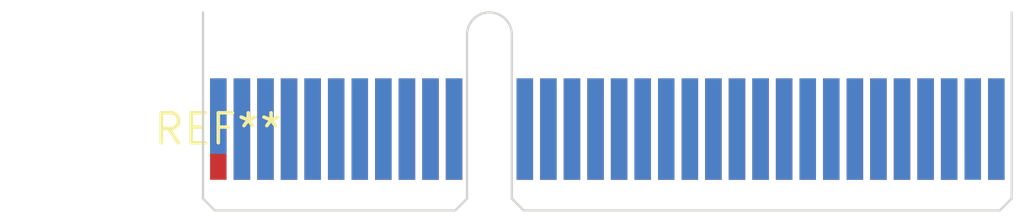
<source format=kicad_pcb>
(kicad_pcb (version 20240108) (generator pcbnew)
  (layers (0 "F.Cu" signal) (31 "B.Cu" signal) (34 "B.Paste" user) (35 "F.Paste" user) (36 "B.SilkS" user "B.Silkscreen") (37 "F.SilkS" user "F.Silkscreen") (38 "B.Mask" user) (39 "F.Mask" user) (44 "Edge.Cuts" user))
  (net 0 "")
  (footprint "BUS_PCIexpress_x4" (layer "F.Cu") (at 0 0)
    (property "Reference" "REF**")
    (property "Value" "BUS_PCIexpress_x4")
    (fp_line (start -0.65 -4.95) (end -0.65 2.95) (layer "Edge.Cuts") (stroke (width 0.1)))
    (fp_line (start -0.65 2.95) (end -0.15 3.45) (layer "Edge.Cuts") (stroke (width 0.1)))
    (fp_line (start -0.15 3.45) (end 10.05 3.45) (layer "Edge.Cuts") (stroke (width 0.1)))
    (fp_line (start 10.55 -4) (end 10.55 2.95) (layer "Edge.Cuts") (stroke (width 0.1)))
    (fp_line (start 10.55 2.95) (end 10.05 3.45) (layer "Edge.Cuts") (stroke (width 0.1)))
    (fp_line (start 12.45 -4) (end 12.45 2.95) (layer "Edge.Cuts") (stroke (width 0.1)))
    (fp_line (start 12.45 2.95) (end 12.95 3.45) (layer "Edge.Cuts") (stroke (width 0.1)))
    (fp_line (start 12.95 3.45) (end 33.15 3.45) (layer "Edge.Cuts") (stroke (width 0.1)))
    (fp_line (start 33.65 -4.95) (end 33.65 2.95) (layer "Edge.Cuts") (stroke (width 0.1)))
    (fp_line (start 33.65 2.95) (end 33.15 3.45) (layer "Edge.Cuts") (stroke (width 0.1)))
    (fp_arc (start 10.55 -4) (mid 11.5 -4.95) (end 12.45 -4) (layer "Edge.Cuts") (stroke (width 0.1)))
    (pad "A1" connect rect (at 0 -0.55) (size 0.7 3.2) (layers "B.Cu" "B.Mask"))
    (pad "A2" connect rect (at 1 0) (size 0.7 4.3) (layers "B.Cu" "B.Mask"))
    (pad "A3" connect rect (at 2 0) (size 0.7 4.3) (layers "B.Cu" "B.Mask"))
    (pad "A4" connect rect (at 3 0) (size 0.7 4.3) (layers "B.Cu" "B.Mask"))
    (pad "A5" connect rect (at 4 0) (size 0.7 4.3) (layers "B.Cu" "B.Mask"))
    (pad "A6" connect rect (at 5 0) (size 0.7 4.3) (layers "B.Cu" "B.Mask"))
    (pad "A7" connect rect (at 6 0) (size 0.7 4.3) (layers "B.Cu" "B.Mask"))
    (pad "A8" connect rect (at 7 0) (size 0.7 4.3) (layers "B.Cu" "B.Mask"))
    (pad "A9" connect rect (at 8 0) (size 0.7 4.3) (layers "B.Cu" "B.Mask"))
    (pad "A10" connect rect (at 9 0) (size 0.7 4.3) (layers "B.Cu" "B.Mask"))
    (pad "A11" connect rect (at 10 0) (size 0.7 4.3) (layers "B.Cu" "B.Mask"))
    (pad "A12" connect rect (at 13 0) (size 0.7 4.3) (layers "B.Cu" "B.Mask"))
    (pad "A13" connect rect (at 14 0) (size 0.7 4.3) (layers "B.Cu" "B.Mask"))
    (pad "A14" connect rect (at 15 0) (size 0.7 4.3) (layers "B.Cu" "B.Mask"))
    (pad "A15" connect rect (at 16 0) (size 0.7 4.3) (layers "B.Cu" "B.Mask"))
    (pad "A16" connect rect (at 17 0) (size 0.7 4.3) (layers "B.Cu" "B.Mask"))
    (pad "A17" connect rect (at 18 0) (size 0.7 4.3) (layers "B.Cu" "B.Mask"))
    (pad "A18" connect rect (at 19 0) (size 0.7 4.3) (layers "B.Cu" "B.Mask"))
    (pad "A19" connect rect (at 20 0) (size 0.7 4.3) (layers "B.Cu" "B.Mask"))
    (pad "A20" connect rect (at 21 0) (size 0.7 4.3) (layers "B.Cu" "B.Mask"))
    (pad "A21" connect rect (at 22 0) (size 0.7 4.3) (layers "B.Cu" "B.Mask"))
    (pad "A22" connect rect (at 23 0) (size 0.7 4.3) (layers "B.Cu" "B.Mask"))
    (pad "A23" connect rect (at 24 0) (size 0.7 4.3) (layers "B.Cu" "B.Mask"))
    (pad "A24" connect rect (at 25 0) (size 0.7 4.3) (layers "B.Cu" "B.Mask"))
    (pad "A25" connect rect (at 26 0) (size 0.7 4.3) (layers "B.Cu" "B.Mask"))
    (pad "A26" connect rect (at 27 0) (size 0.7 4.3) (layers "B.Cu" "B.Mask"))
    (pad "A27" connect rect (at 28 0) (size 0.7 4.3) (layers "B.Cu" "B.Mask"))
    (pad "A28" connect rect (at 29 0) (size 0.7 4.3) (layers "B.Cu" "B.Mask"))
    (pad "A29" connect rect (at 30 0) (size 0.7 4.3) (layers "B.Cu" "B.Mask"))
    (pad "A30" connect rect (at 31 0) (size 0.7 4.3) (layers "B.Cu" "B.Mask"))
    (pad "A31" connect rect (at 32 0) (size 0.7 4.3) (layers "B.Cu" "B.Mask"))
    (pad "A32" connect rect (at 33 0) (size 0.7 4.3) (layers "B.Cu" "B.Mask"))
    (pad "B1" connect rect (at 0 0) (size 0.7 4.3) (layers "F.Cu" "F.Mask"))
    (pad "B2" connect rect (at 1 0) (size 0.7 4.3) (layers "F.Cu" "F.Mask"))
    (pad "B3" connect rect (at 2 0) (size 0.7 4.3) (layers "F.Cu" "F.Mask"))
    (pad "B4" connect rect (at 3 0) (size 0.7 4.3) (layers "F.Cu" "F.Mask"))
    (pad "B5" connect rect (at 4 0) (size 0.7 4.3) (layers "F.Cu" "F.Mask"))
    (pad "B6" connect rect (at 5 0) (size 0.7 4.3) (layers "F.Cu" "F.Mask"))
    (pad "B7" connect rect (at 6 0) (size 0.7 4.3) (layers "F.Cu" "F.Mask"))
    (pad "B8" connect rect (at 7 0) (size 0.7 4.3) (layers "F.Cu" "F.Mask"))
    (pad "B9" connect rect (at 8 0) (size 0.7 4.3) (layers "F.Cu" "F.Mask"))
    (pad "B10" connect rect (at 9 0) (size 0.7 4.3) (layers "F.Cu" "F.Mask"))
    (pad "B11" connect rect (at 10 0) (size 0.7 4.3) (layers "F.Cu" "F.Mask"))
    (pad "B12" connect rect (at 13 0) (size 0.7 4.3) (layers "F.Cu" "F.Mask"))
    (pad "B13" connect rect (at 14 0) (size 0.7 4.3) (layers "F.Cu" "F.Mask"))
    (pad "B14" connect rect (at 15 0) (size 0.7 4.3) (layers "F.Cu" "F.Mask"))
    (pad "B15" connect rect (at 16 0) (size 0.7 4.3) (layers "F.Cu" "F.Mask"))
    (pad "B16" connect rect (at 17 0) (size 0.7 4.3) (layers "F.Cu" "F.Mask"))
    (pad "B17" connect rect (at 18 0) (size 0.7 4.3) (layers "F.Cu" "F.Mask"))
    (pad "B18" connect rect (at 19 0) (size 0.7 4.3) (layers "F.Cu" "F.Mask"))
    (pad "B19" connect rect (at 20 0) (size 0.7 4.3) (layers "F.Cu" "F.Mask"))
    (pad "B20" connect rect (at 21 0) (size 0.7 4.3) (layers "F.Cu" "F.Mask"))
    (pad "B21" connect rect (at 22 0) (size 0.7 4.3) (layers "F.Cu" "F.Mask"))
    (pad "B22" connect rect (at 23 0) (size 0.7 4.3) (layers "F.Cu" "F.Mask"))
    (pad "B23" connect rect (at 24 0) (size 0.7 4.3) (layers "F.Cu" "F.Mask"))
    (pad "B24" connect rect (at 25 0) (size 0.7 4.3) (layers "F.Cu" "F.Mask"))
    (pad "B25" connect rect (at 26 0) (size 0.7 4.3) (layers "F.Cu" "F.Mask"))
    (pad "B26" connect rect (at 27 0) (size 0.7 4.3) (layers "F.Cu" "F.Mask"))
    (pad "B27" connect rect (at 28 0) (size 0.7 4.3) (layers "F.Cu" "F.Mask"))
    (pad "B28" connect rect (at 29 0) (size 0.7 4.3) (layers "F.Cu" "F.Mask"))
    (pad "B29" connect rect (at 30 0) (size 0.7 4.3) (layers "F.Cu" "F.Mask"))
    (pad "B30" connect rect (at 31 0) (size 0.7 4.3) (layers "F.Cu" "F.Mask"))
    (pad "B31" connect rect (at 32 -0.55) (size 0.7 3.2) (layers "F.Cu" "F.Mask"))
    (pad "B32" connect rect (at 33 0) (size 0.7 4.3) (layers "F.Cu" "F.Mask"))
  )
)
</source>
